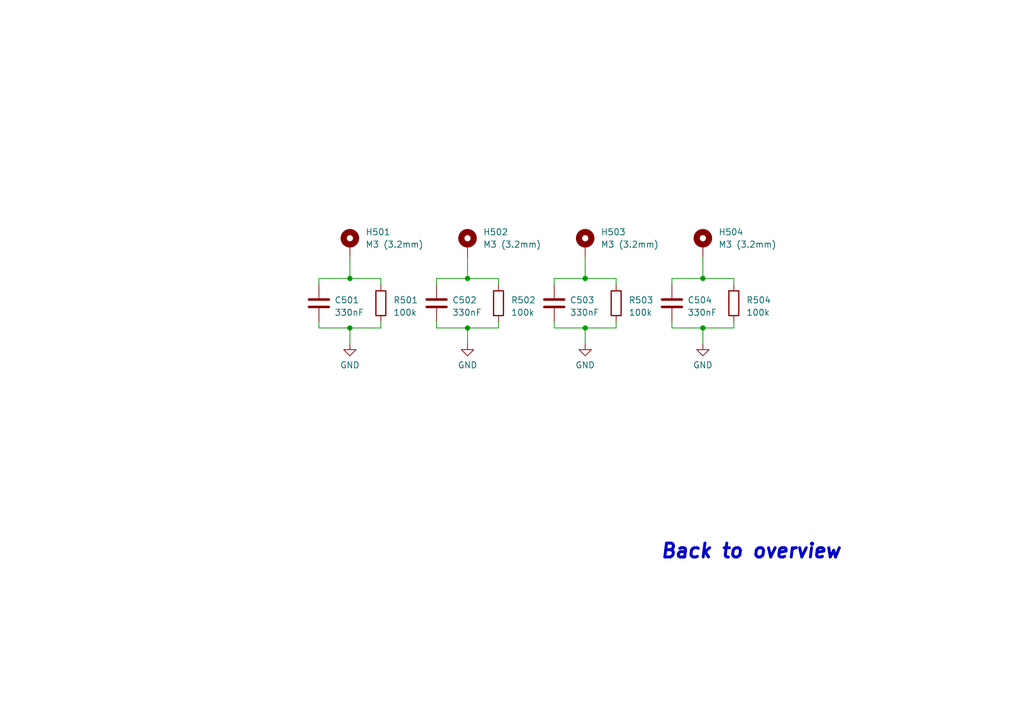
<source format=kicad_sch>
(kicad_sch (version 20230121) (generator eeschema)
  (paper "A5")
  (title_block (title "Mechanical parts") (date "2023-03-11") (company "EPFL Xplore") (comment 3 "Authors: Vincent Nguyen, Yassine Bakkali"))
  (lib_symbols
    (symbol "Device:C" (pin_numbers hide) (pin_names (offset 0.254))
      (property "Reference" "C" (at 0.635 2.54 0))
      (property "Value" "C" (at 0.635 -2.54 0))
      (symbol "C_0_1"
        (polyline (pts (xy -2.032 -0.762) (xy 2.032 -0.762)) (stroke (width 0.508)))
        (polyline (pts (xy -2.032 0.762) (xy 2.032 0.762)) (stroke (width 0.508)))
      )
      (symbol "C_1_1"
        (pin passive line (at 0 3.81 270) (length 2.794) (name "~") (number "1"))
        (pin passive line (at 0 -3.81 90) (length 2.794) (name "~") (number "2"))
      )
    )
    (symbol "Device:R" (pin_numbers hide) (pin_names (offset 0))
      (property "Reference" "R" (at 2.032 0 90))
      (property "Value" "R" (at 0 0 90))
      (symbol "R_0_1"
        (rectangle (start -1.016 -2.54) (end 1.016 2.54) (stroke (width 0.254)))
      )
      (symbol "R_1_1"
        (pin passive line (at 0 3.81 270) (length 1.27) (name "~") (number "1"))
        (pin passive line (at 0 -3.81 90) (length 1.27) (name "~") (number "2"))
      )
    )
    (symbol "Mechanical:MountingHole_Pad" (pin_numbers hide) (pin_names (offset 1.016) hide)
      (property "Reference" "H" (at 0 6.35 0))
      (property "Value" "MountingHole_Pad" (at 0 4.445 0))
      (symbol "MountingHole_Pad_0_1"
        (circle (center 0 1.27) (radius 1.27) (stroke (width 1.27)))
      )
      (symbol "MountingHole_Pad_1_1"
        (pin input line (at 0 -2.54 90) (length 2.54) (name "1") (number "1"))
      )
    )
    (symbol "power:GND" (power) (pin_names (offset 0))
      (property "Value" "GND" (at 0 -3.81 0))
      (symbol "GND_0_1"
        (polyline (pts (xy 0 0) (xy 0 -1.27) (xy 1.27 -1.27) (xy 0 -2.54) (xy -1.27 -1.27) (xy 0 -1.27)))
      )
      (symbol "GND_1_1"
        (pin power_in line (at 0 0 270) (length 0) hide (name "GND") (number "1"))
      )
    )
  )
  (junction (at 71.755 67.31))
  (junction (at 144.145 67.31))
  (junction (at 95.885 67.31))
  (junction (at 144.145 57.15))
  (junction (at 120.015 57.15))
  (junction (at 95.885 57.15))
  (junction (at 120.015 67.31))
  (junction (at 71.755 57.15))
  (wire (pts (xy 150.495 67.31) (xy 150.495 66.04)))
  (wire (pts (xy 137.795 66.04) (xy 137.795 67.31)))
  (wire (pts (xy 78.105 57.15) (xy 78.105 58.42)))
  (wire (pts (xy 89.535 66.04) (xy 89.535 67.31)))
  (wire (pts (xy 71.755 57.15) (xy 78.105 57.15)))
  (wire (pts (xy 120.015 67.31) (xy 120.015 70.485)))
  (wire (pts (xy 137.795 57.15) (xy 137.795 58.42)))
  (wire (pts (xy 95.885 67.31) (xy 102.235 67.31)))
  (wire (pts (xy 65.405 57.15) (xy 71.755 57.15)))
  (wire (pts (xy 137.795 67.31) (xy 144.145 67.31)))
  (wire (pts (xy 126.365 67.31) (xy 126.365 66.04)))
  (wire (pts (xy 95.885 52.705) (xy 95.885 57.15)))
  (wire (pts (xy 102.235 67.31) (xy 102.235 66.04)))
  (wire (pts (xy 113.665 66.04) (xy 113.665 67.31)))
  (wire (pts (xy 120.015 52.705) (xy 120.015 57.15)))
  (wire (pts (xy 89.535 57.15) (xy 89.535 58.42)))
  (wire (pts (xy 150.495 57.15) (xy 150.495 58.42)))
  (wire (pts (xy 113.665 57.15) (xy 113.665 58.42)))
  (wire (pts (xy 95.885 67.31) (xy 95.885 70.485)))
  (wire (pts (xy 89.535 57.15) (xy 95.885 57.15)))
  (wire (pts (xy 120.015 67.31) (xy 126.365 67.31)))
  (wire (pts (xy 113.665 57.15) (xy 120.015 57.15)))
  (wire (pts (xy 71.755 67.31) (xy 78.105 67.31)))
  (wire (pts (xy 144.145 52.705) (xy 144.145 57.15)))
  (wire (pts (xy 65.405 67.31) (xy 71.755 67.31)))
  (wire (pts (xy 113.665 67.31) (xy 120.015 67.31)))
  (wire (pts (xy 102.235 57.15) (xy 102.235 58.42)))
  (wire (pts (xy 144.145 67.31) (xy 150.495 67.31)))
  (wire (pts (xy 126.365 57.15) (xy 126.365 58.42)))
  (wire (pts (xy 71.755 52.705) (xy 71.755 57.15)))
  (wire (pts (xy 78.105 67.31) (xy 78.105 66.04)))
  (wire (pts (xy 89.535 67.31) (xy 95.885 67.31)))
  (wire (pts (xy 137.795 57.15) (xy 144.145 57.15)))
  (wire (pts (xy 120.015 57.15) (xy 126.365 57.15)))
  (wire (pts (xy 144.145 67.31) (xy 144.145 70.485)))
  (wire (pts (xy 71.755 67.31) (xy 71.755 70.485)))
  (wire (pts (xy 95.885 57.15) (xy 102.235 57.15)))
  (wire (pts (xy 65.405 57.15) (xy 65.405 58.42)))
  (wire (pts (xy 65.405 66.04) (xy 65.405 67.31)))
  (wire (pts (xy 144.145 57.15) (xy 150.495 57.15)))
  (text "Back to overview" (at 172.72 114.935 0) (effects (font (size 2.85 2.85) (thickness 0.6) bold italic) (justify right bottom)))
  (symbol (lib_id "Mechanical:MountingHole_Pad") (at 95.885 50.165 0) (unit 1) (in_bom no)
    (property "Reference" "H502" (at 99.06 47.6249 0) (effects (justify left)))
    (property "Value" "M3 (3.2mm)" (at 99.06 50.1649 0) (effects (justify left)))
    (property "Footprint" "MountingHole:MountingHole_3.2mm_M3_Pad_Via" (effects hide))
  )
  (symbol (lib_id "Mechanical:MountingHole_Pad") (at 120.015 50.165 0) (unit 1) (in_bom no)
    (property "Reference" "H503" (at 123.19 47.6249 0) (effects (justify left)))
    (property "Value" "M3 (3.2mm)" (at 123.19 50.1649 0) (effects (justify left)))
    (property "Footprint" "MountingHole:MountingHole_3.2mm_M3_Pad_Via" (effects hide))
  )
  (symbol (lib_id "power:GND") (at 71.755 70.485 0) (unit 1)
    (property "Reference" "#PWR0501" (effects hide))
    (property "Value" "GND" (at 71.755 74.93 0))
  )
  (symbol (lib_id "Mechanical:MountingHole_Pad") (at 71.755 50.165 0) (unit 1) (in_bom no)
    (property "Reference" "H501" (at 74.93 47.6249 0) (effects (justify left)))
    (property "Value" "M3 (3.2mm)" (at 74.93 50.1649 0) (effects (justify left)))
    (property "Footprint" "MountingHole:MountingHole_3.2mm_M3_Pad_Via" (effects hide))
  )
  (symbol (lib_id "Mechanical:MountingHole_Pad") (at 144.145 50.165 0) (unit 1) (in_bom no)
    (property "Reference" "H504" (at 147.32 47.6249 0) (effects (justify left)))
    (property "Value" "M3 (3.2mm)" (at 147.32 50.1649 0) (effects (justify left)))
    (property "Footprint" "MountingHole:MountingHole_3.2mm_M3_Pad_Via" (effects hide))
  )
  (symbol (lib_id "power:GND") (at 120.015 70.485 0) (unit 1)
    (property "Reference" "#PWR0503" (effects hide))
    (property "Value" "GND" (at 120.015 74.93 0))
  )
  (symbol (lib_id "Device:R") (at 150.495 62.23 0) (unit 1)
    (property "Reference" "R504" (at 153.035 61.595 0) (effects (justify left)))
    (property "Value" "100k" (at 153.035 64.135 0) (effects (justify left)))
    (property "Footprint" "Resistor_SMD:R_0603_1608Metric" (effects hide))
    (property "Datasheet" "https://www.mouser.ch/datasheet/2/427/crcwhpe3-1713858.pdf" (effects hide))
    (property "Distributor" "Mouser" (effects hide))
    (property "Distributor ref" "71-CRCW0603100KFKEAH" (effects hide))
    (property "Manufacturer ref" "CRCW0603100KFKEAHP" (effects hide))
  )
  (symbol (lib_id "Device:R") (at 102.235 62.23 0) (unit 1)
    (property "Reference" "R502" (at 104.775 61.595 0) (effects (justify left)))
    (property "Value" "100k" (at 104.775 64.135 0) (effects (justify left)))
    (property "Footprint" "Resistor_SMD:R_0603_1608Metric" (effects hide))
    (property "Datasheet" "https://www.mouser.ch/datasheet/2/427/crcwhpe3-1713858.pdf" (effects hide))
    (property "Distributor" "Mouser" (effects hide))
    (property "Distributor ref" "71-CRCW0603100KFKEAH" (effects hide))
    (property "Manufacturer ref" "CRCW0603100KFKEAHP" (effects hide))
  )
  (symbol (lib_id "power:GND") (at 144.145 70.485 0) (unit 1)
    (property "Reference" "#PWR0504" (effects hide))
    (property "Value" "GND" (at 144.145 74.93 0))
  )
  (symbol (lib_id "Device:C") (at 137.795 62.23 0) (unit 1)
    (property "Reference" "C504" (at 140.97 61.595 0) (effects (justify left)))
    (property "Value" "330nF" (at 140.97 64.135 0) (effects (justify left)))
    (property "Footprint" "Capacitor_SMD:C_0603_1608Metric" (effects hide))
    (property "Datasheet" "https://product.tdk.com/system/files/dam/doc/product/capacitor/ceramic/mlcc/catalog/mlcc_commercial_general_en.pdf?ref_disty=mouser" (effects hide))
    (property "Distributor" "Mouser" (effects hide))
    (property "Distributor ref" "810-C1608X7R1H334K" (effects hide))
    (property "Manufacturer ref" "C1608X7R1H334K080AC" (effects hide))
  )
  (symbol (lib_id "power:GND") (at 95.885 70.485 0) (unit 1)
    (property "Reference" "#PWR0502" (effects hide))
    (property "Value" "GND" (at 95.885 74.93 0))
  )
  (symbol (lib_id "Device:C") (at 89.535 62.23 0) (unit 1)
    (property "Reference" "C502" (at 92.71 61.595 0) (effects (justify left)))
    (property "Value" "330nF" (at 92.71 64.135 0) (effects (justify left)))
    (property "Footprint" "Capacitor_SMD:C_0603_1608Metric" (effects hide))
    (property "Datasheet" "https://product.tdk.com/system/files/dam/doc/product/capacitor/ceramic/mlcc/catalog/mlcc_commercial_general_en.pdf?ref_disty=mouser" (effects hide))
    (property "Distributor" "Mouser" (effects hide))
    (property "Distributor ref" "810-C1608X7R1H334K" (effects hide))
    (property "Manufacturer ref" "C1608X7R1H334K080AC" (effects hide))
  )
  (symbol (lib_id "Device:C") (at 113.665 62.23 0) (unit 1)
    (property "Reference" "C503" (at 116.84 61.595 0) (effects (justify left)))
    (property "Value" "330nF" (at 116.84 64.135 0) (effects (justify left)))
    (property "Footprint" "Capacitor_SMD:C_0603_1608Metric" (effects hide))
    (property "Datasheet" "https://product.tdk.com/system/files/dam/doc/product/capacitor/ceramic/mlcc/catalog/mlcc_commercial_general_en.pdf?ref_disty=mouser" (effects hide))
    (property "Distributor" "Mouser" (effects hide))
    (property "Distributor ref" "810-C1608X7R1H334K" (effects hide))
    (property "Manufacturer ref" "C1608X7R1H334K080AC" (effects hide))
  )
  (symbol (lib_id "Device:R") (at 78.105 62.23 0) (unit 1)
    (property "Reference" "R501" (at 80.645 61.595 0) (effects (justify left)))
    (property "Value" "100k" (at 80.645 64.135 0) (effects (justify left)))
    (property "Footprint" "Resistor_SMD:R_0603_1608Metric" (effects hide))
    (property "Datasheet" "https://www.mouser.ch/datasheet/2/427/crcwhpe3-1713858.pdf" (effects hide))
    (property "Distributor" "Mouser" (effects hide))
    (property "Distributor ref" "71-CRCW0603100KFKEAH" (effects hide))
    (property "Manufacturer ref" "CRCW0603100KFKEAHP" (effects hide))
  )
  (symbol (lib_id "Device:C") (at 65.405 62.23 0) (unit 1)
    (property "Reference" "C501" (at 68.58 61.595 0) (effects (justify left)))
    (property "Value" "330nF" (at 68.58 64.135 0) (effects (justify left)))
    (property "Footprint" "Capacitor_SMD:C_0603_1608Metric" (effects hide))
    (property "Datasheet" "https://product.tdk.com/system/files/dam/doc/product/capacitor/ceramic/mlcc/catalog/mlcc_commercial_general_en.pdf?ref_disty=mouser" (effects hide))
    (property "Distributor" "Mouser" (effects hide))
    (property "Distributor ref" "810-C1608X7R1H334K" (effects hide))
    (property "Manufacturer ref" "C1608X7R1H334K080AC" (effects hide))
  )
  (symbol (lib_id "Device:R") (at 126.365 62.23 0) (unit 1)
    (property "Reference" "R503" (at 128.905 61.595 0) (effects (justify left)))
    (property "Value" "100k" (at 128.905 64.135 0) (effects (justify left)))
    (property "Footprint" "Resistor_SMD:R_0603_1608Metric" (effects hide))
    (property "Datasheet" "https://www.mouser.ch/datasheet/2/427/crcwhpe3-1713858.pdf" (effects hide))
    (property "Distributor" "Mouser" (effects hide))
    (property "Distributor ref" "71-CRCW0603100KFKEAH" (effects hide))
    (property "Manufacturer ref" "CRCW0603100KFKEAHP" (effects hide))
  )
)
</source>
